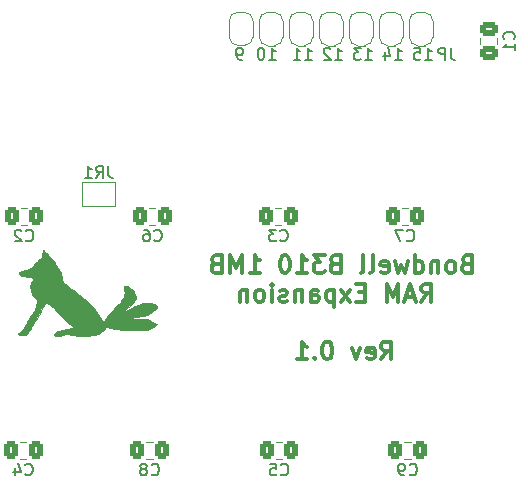
<source format=gbr>
%TF.GenerationSoftware,KiCad,Pcbnew,(6.0.1)*%
%TF.CreationDate,2022-01-30T19:22:39-07:00*%
%TF.ProjectId,Bondwell1MB,426f6e64-7765-46c6-9c31-4d422e6b6963,rev?*%
%TF.SameCoordinates,Original*%
%TF.FileFunction,Legend,Bot*%
%TF.FilePolarity,Positive*%
%FSLAX46Y46*%
G04 Gerber Fmt 4.6, Leading zero omitted, Abs format (unit mm)*
G04 Created by KiCad (PCBNEW (6.0.1)) date 2022-01-30 19:22:39*
%MOMM*%
%LPD*%
G01*
G04 APERTURE LIST*
G04 Aperture macros list*
%AMRoundRect*
0 Rectangle with rounded corners*
0 $1 Rounding radius*
0 $2 $3 $4 $5 $6 $7 $8 $9 X,Y pos of 4 corners*
0 Add a 4 corners polygon primitive as box body*
4,1,4,$2,$3,$4,$5,$6,$7,$8,$9,$2,$3,0*
0 Add four circle primitives for the rounded corners*
1,1,$1+$1,$2,$3*
1,1,$1+$1,$4,$5*
1,1,$1+$1,$6,$7*
1,1,$1+$1,$8,$9*
0 Add four rect primitives between the rounded corners*
20,1,$1+$1,$2,$3,$4,$5,0*
20,1,$1+$1,$4,$5,$6,$7,0*
20,1,$1+$1,$6,$7,$8,$9,0*
20,1,$1+$1,$8,$9,$2,$3,0*%
%AMFreePoly0*
4,1,22,0.500000,-0.750000,0.000000,-0.750000,0.000000,-0.745033,-0.079941,-0.743568,-0.215256,-0.701293,-0.333266,-0.622738,-0.424486,-0.514219,-0.481581,-0.384460,-0.499164,-0.250000,-0.500000,-0.250000,-0.500000,0.250000,-0.499164,0.250000,-0.499963,0.256109,-0.478152,0.396186,-0.417904,0.524511,-0.324060,0.630769,-0.204165,0.706417,-0.067858,0.745374,0.000000,0.744959,0.000000,0.750000,
0.500000,0.750000,0.500000,-0.750000,0.500000,-0.750000,$1*%
%AMFreePoly1*
4,1,20,0.000000,0.744959,0.073905,0.744508,0.209726,0.703889,0.328688,0.626782,0.421226,0.519385,0.479903,0.390333,0.500000,0.250000,0.500000,-0.250000,0.499851,-0.262216,0.476331,-0.402017,0.414519,-0.529596,0.319384,-0.634700,0.198574,-0.708877,0.061801,-0.746166,0.000000,-0.745033,0.000000,-0.750000,-0.500000,-0.750000,-0.500000,0.750000,0.000000,0.750000,0.000000,0.744959,
0.000000,0.744959,$1*%
G04 Aperture macros list end*
%ADD10C,0.150000*%
%ADD11C,0.300000*%
%ADD12C,0.120000*%
%ADD13C,0.010000*%
%ADD14FreePoly0,270.000000*%
%ADD15FreePoly1,270.000000*%
%ADD16O,1.600000X2.400000*%
%ADD17R,1.600000X2.400000*%
%ADD18R,1.700000X1.700000*%
%ADD19O,1.700000X1.700000*%
%ADD20R,1.600000X1.600000*%
%ADD21O,1.600000X1.600000*%
%ADD22RoundRect,0.250000X0.475000X-0.337500X0.475000X0.337500X-0.475000X0.337500X-0.475000X-0.337500X0*%
%ADD23RoundRect,0.250000X-0.337500X-0.475000X0.337500X-0.475000X0.337500X0.475000X-0.337500X0.475000X0*%
%ADD24R,1.000000X1.500000*%
G04 APERTURE END LIST*
D10*
X118721142Y-75906380D02*
X118721142Y-76620666D01*
X118768761Y-76763523D01*
X118864000Y-76858761D01*
X119006857Y-76906380D01*
X119102095Y-76906380D01*
X118244952Y-76906380D02*
X118244952Y-75906380D01*
X117864000Y-75906380D01*
X117768761Y-75954000D01*
X117721142Y-76001619D01*
X117673523Y-76096857D01*
X117673523Y-76239714D01*
X117721142Y-76334952D01*
X117768761Y-76382571D01*
X117864000Y-76430190D01*
X118244952Y-76430190D01*
D11*
X120037428Y-94189357D02*
X119823142Y-94260785D01*
X119751714Y-94332214D01*
X119680285Y-94475071D01*
X119680285Y-94689357D01*
X119751714Y-94832214D01*
X119823142Y-94903642D01*
X119966000Y-94975071D01*
X120537428Y-94975071D01*
X120537428Y-93475071D01*
X120037428Y-93475071D01*
X119894571Y-93546500D01*
X119823142Y-93617928D01*
X119751714Y-93760785D01*
X119751714Y-93903642D01*
X119823142Y-94046500D01*
X119894571Y-94117928D01*
X120037428Y-94189357D01*
X120537428Y-94189357D01*
X118823142Y-94975071D02*
X118966000Y-94903642D01*
X119037428Y-94832214D01*
X119108857Y-94689357D01*
X119108857Y-94260785D01*
X119037428Y-94117928D01*
X118966000Y-94046500D01*
X118823142Y-93975071D01*
X118608857Y-93975071D01*
X118466000Y-94046500D01*
X118394571Y-94117928D01*
X118323142Y-94260785D01*
X118323142Y-94689357D01*
X118394571Y-94832214D01*
X118466000Y-94903642D01*
X118608857Y-94975071D01*
X118823142Y-94975071D01*
X117680285Y-93975071D02*
X117680285Y-94975071D01*
X117680285Y-94117928D02*
X117608857Y-94046500D01*
X117466000Y-93975071D01*
X117251714Y-93975071D01*
X117108857Y-94046500D01*
X117037428Y-94189357D01*
X117037428Y-94975071D01*
X115680285Y-94975071D02*
X115680285Y-93475071D01*
X115680285Y-94903642D02*
X115823142Y-94975071D01*
X116108857Y-94975071D01*
X116251714Y-94903642D01*
X116323142Y-94832214D01*
X116394571Y-94689357D01*
X116394571Y-94260785D01*
X116323142Y-94117928D01*
X116251714Y-94046500D01*
X116108857Y-93975071D01*
X115823142Y-93975071D01*
X115680285Y-94046500D01*
X115108857Y-93975071D02*
X114823142Y-94975071D01*
X114537428Y-94260785D01*
X114251714Y-94975071D01*
X113966000Y-93975071D01*
X112823142Y-94903642D02*
X112966000Y-94975071D01*
X113251714Y-94975071D01*
X113394571Y-94903642D01*
X113466000Y-94760785D01*
X113466000Y-94189357D01*
X113394571Y-94046500D01*
X113251714Y-93975071D01*
X112966000Y-93975071D01*
X112823142Y-94046500D01*
X112751714Y-94189357D01*
X112751714Y-94332214D01*
X113466000Y-94475071D01*
X111894571Y-94975071D02*
X112037428Y-94903642D01*
X112108857Y-94760785D01*
X112108857Y-93475071D01*
X111108857Y-94975071D02*
X111251714Y-94903642D01*
X111323142Y-94760785D01*
X111323142Y-93475071D01*
X108894571Y-94189357D02*
X108680285Y-94260785D01*
X108608857Y-94332214D01*
X108537428Y-94475071D01*
X108537428Y-94689357D01*
X108608857Y-94832214D01*
X108680285Y-94903642D01*
X108823142Y-94975071D01*
X109394571Y-94975071D01*
X109394571Y-93475071D01*
X108894571Y-93475071D01*
X108751714Y-93546500D01*
X108680285Y-93617928D01*
X108608857Y-93760785D01*
X108608857Y-93903642D01*
X108680285Y-94046500D01*
X108751714Y-94117928D01*
X108894571Y-94189357D01*
X109394571Y-94189357D01*
X108037428Y-93475071D02*
X107108857Y-93475071D01*
X107608857Y-94046500D01*
X107394571Y-94046500D01*
X107251714Y-94117928D01*
X107180285Y-94189357D01*
X107108857Y-94332214D01*
X107108857Y-94689357D01*
X107180285Y-94832214D01*
X107251714Y-94903642D01*
X107394571Y-94975071D01*
X107823142Y-94975071D01*
X107966000Y-94903642D01*
X108037428Y-94832214D01*
X105680285Y-94975071D02*
X106537428Y-94975071D01*
X106108857Y-94975071D02*
X106108857Y-93475071D01*
X106251714Y-93689357D01*
X106394571Y-93832214D01*
X106537428Y-93903642D01*
X104751714Y-93475071D02*
X104608857Y-93475071D01*
X104466000Y-93546500D01*
X104394571Y-93617928D01*
X104323142Y-93760785D01*
X104251714Y-94046500D01*
X104251714Y-94403642D01*
X104323142Y-94689357D01*
X104394571Y-94832214D01*
X104466000Y-94903642D01*
X104608857Y-94975071D01*
X104751714Y-94975071D01*
X104894571Y-94903642D01*
X104966000Y-94832214D01*
X105037428Y-94689357D01*
X105108857Y-94403642D01*
X105108857Y-94046500D01*
X105037428Y-93760785D01*
X104966000Y-93617928D01*
X104894571Y-93546500D01*
X104751714Y-93475071D01*
X101680285Y-94975071D02*
X102537428Y-94975071D01*
X102108857Y-94975071D02*
X102108857Y-93475071D01*
X102251714Y-93689357D01*
X102394571Y-93832214D01*
X102537428Y-93903642D01*
X101037428Y-94975071D02*
X101037428Y-93475071D01*
X100537428Y-94546500D01*
X100037428Y-93475071D01*
X100037428Y-94975071D01*
X98823142Y-94189357D02*
X98608857Y-94260785D01*
X98537428Y-94332214D01*
X98466000Y-94475071D01*
X98466000Y-94689357D01*
X98537428Y-94832214D01*
X98608857Y-94903642D01*
X98751714Y-94975071D01*
X99323142Y-94975071D01*
X99323142Y-93475071D01*
X98823142Y-93475071D01*
X98680285Y-93546500D01*
X98608857Y-93617928D01*
X98537428Y-93760785D01*
X98537428Y-93903642D01*
X98608857Y-94046500D01*
X98680285Y-94117928D01*
X98823142Y-94189357D01*
X99323142Y-94189357D01*
X116216000Y-97390071D02*
X116716000Y-96675785D01*
X117073142Y-97390071D02*
X117073142Y-95890071D01*
X116501714Y-95890071D01*
X116358857Y-95961500D01*
X116287428Y-96032928D01*
X116216000Y-96175785D01*
X116216000Y-96390071D01*
X116287428Y-96532928D01*
X116358857Y-96604357D01*
X116501714Y-96675785D01*
X117073142Y-96675785D01*
X115644571Y-96961500D02*
X114930285Y-96961500D01*
X115787428Y-97390071D02*
X115287428Y-95890071D01*
X114787428Y-97390071D01*
X114287428Y-97390071D02*
X114287428Y-95890071D01*
X113787428Y-96961500D01*
X113287428Y-95890071D01*
X113287428Y-97390071D01*
X111430285Y-96604357D02*
X110930285Y-96604357D01*
X110716000Y-97390071D02*
X111430285Y-97390071D01*
X111430285Y-95890071D01*
X110716000Y-95890071D01*
X110216000Y-97390071D02*
X109430285Y-96390071D01*
X110216000Y-96390071D02*
X109430285Y-97390071D01*
X108858857Y-96390071D02*
X108858857Y-97890071D01*
X108858857Y-96461500D02*
X108716000Y-96390071D01*
X108430285Y-96390071D01*
X108287428Y-96461500D01*
X108216000Y-96532928D01*
X108144571Y-96675785D01*
X108144571Y-97104357D01*
X108216000Y-97247214D01*
X108287428Y-97318642D01*
X108430285Y-97390071D01*
X108716000Y-97390071D01*
X108858857Y-97318642D01*
X106858857Y-97390071D02*
X106858857Y-96604357D01*
X106930285Y-96461500D01*
X107073142Y-96390071D01*
X107358857Y-96390071D01*
X107501714Y-96461500D01*
X106858857Y-97318642D02*
X107001714Y-97390071D01*
X107358857Y-97390071D01*
X107501714Y-97318642D01*
X107573142Y-97175785D01*
X107573142Y-97032928D01*
X107501714Y-96890071D01*
X107358857Y-96818642D01*
X107001714Y-96818642D01*
X106858857Y-96747214D01*
X106144571Y-96390071D02*
X106144571Y-97390071D01*
X106144571Y-96532928D02*
X106073142Y-96461500D01*
X105930285Y-96390071D01*
X105716000Y-96390071D01*
X105573142Y-96461500D01*
X105501714Y-96604357D01*
X105501714Y-97390071D01*
X104858857Y-97318642D02*
X104716000Y-97390071D01*
X104430285Y-97390071D01*
X104287428Y-97318642D01*
X104216000Y-97175785D01*
X104216000Y-97104357D01*
X104287428Y-96961500D01*
X104430285Y-96890071D01*
X104644571Y-96890071D01*
X104787428Y-96818642D01*
X104858857Y-96675785D01*
X104858857Y-96604357D01*
X104787428Y-96461500D01*
X104644571Y-96390071D01*
X104430285Y-96390071D01*
X104287428Y-96461500D01*
X103573142Y-97390071D02*
X103573142Y-96390071D01*
X103573142Y-95890071D02*
X103644571Y-95961500D01*
X103573142Y-96032928D01*
X103501714Y-95961500D01*
X103573142Y-95890071D01*
X103573142Y-96032928D01*
X102644571Y-97390071D02*
X102787428Y-97318642D01*
X102858857Y-97247214D01*
X102930285Y-97104357D01*
X102930285Y-96675785D01*
X102858857Y-96532928D01*
X102787428Y-96461500D01*
X102644571Y-96390071D01*
X102430285Y-96390071D01*
X102287428Y-96461500D01*
X102216000Y-96532928D01*
X102144571Y-96675785D01*
X102144571Y-97104357D01*
X102216000Y-97247214D01*
X102287428Y-97318642D01*
X102430285Y-97390071D01*
X102644571Y-97390071D01*
X101501714Y-96390071D02*
X101501714Y-97390071D01*
X101501714Y-96532928D02*
X101430285Y-96461500D01*
X101287428Y-96390071D01*
X101073142Y-96390071D01*
X100930285Y-96461500D01*
X100858857Y-96604357D01*
X100858857Y-97390071D01*
X112835142Y-102278571D02*
X113335142Y-101564285D01*
X113692285Y-102278571D02*
X113692285Y-100778571D01*
X113120857Y-100778571D01*
X112978000Y-100850000D01*
X112906571Y-100921428D01*
X112835142Y-101064285D01*
X112835142Y-101278571D01*
X112906571Y-101421428D01*
X112978000Y-101492857D01*
X113120857Y-101564285D01*
X113692285Y-101564285D01*
X111620857Y-102207142D02*
X111763714Y-102278571D01*
X112049428Y-102278571D01*
X112192285Y-102207142D01*
X112263714Y-102064285D01*
X112263714Y-101492857D01*
X112192285Y-101350000D01*
X112049428Y-101278571D01*
X111763714Y-101278571D01*
X111620857Y-101350000D01*
X111549428Y-101492857D01*
X111549428Y-101635714D01*
X112263714Y-101778571D01*
X111049428Y-101278571D02*
X110692285Y-102278571D01*
X110335142Y-101278571D01*
X108335142Y-100778571D02*
X108192285Y-100778571D01*
X108049428Y-100850000D01*
X107978000Y-100921428D01*
X107906571Y-101064285D01*
X107835142Y-101350000D01*
X107835142Y-101707142D01*
X107906571Y-101992857D01*
X107978000Y-102135714D01*
X108049428Y-102207142D01*
X108192285Y-102278571D01*
X108335142Y-102278571D01*
X108478000Y-102207142D01*
X108549428Y-102135714D01*
X108620857Y-101992857D01*
X108692285Y-101707142D01*
X108692285Y-101350000D01*
X108620857Y-101064285D01*
X108549428Y-100921428D01*
X108478000Y-100850000D01*
X108335142Y-100778571D01*
X107192285Y-102135714D02*
X107120857Y-102207142D01*
X107192285Y-102278571D01*
X107263714Y-102207142D01*
X107192285Y-102135714D01*
X107192285Y-102278571D01*
X105692285Y-102278571D02*
X106549428Y-102278571D01*
X106120857Y-102278571D02*
X106120857Y-100778571D01*
X106263714Y-100992857D01*
X106406571Y-101135714D01*
X106549428Y-101207142D01*
D10*
%TO.C,15*%
X116522476Y-76906380D02*
X117093904Y-76906380D01*
X116808190Y-76906380D02*
X116808190Y-75906380D01*
X116903428Y-76049238D01*
X116998666Y-76144476D01*
X117093904Y-76192095D01*
X115617714Y-75906380D02*
X116093904Y-75906380D01*
X116141523Y-76382571D01*
X116093904Y-76334952D01*
X115998666Y-76287333D01*
X115760571Y-76287333D01*
X115665333Y-76334952D01*
X115617714Y-76382571D01*
X115570095Y-76477809D01*
X115570095Y-76715904D01*
X115617714Y-76811142D01*
X115665333Y-76858761D01*
X115760571Y-76906380D01*
X115998666Y-76906380D01*
X116093904Y-76858761D01*
X116141523Y-76811142D01*
%TO.C,12*%
X108902476Y-76906380D02*
X109473904Y-76906380D01*
X109188190Y-76906380D02*
X109188190Y-75906380D01*
X109283428Y-76049238D01*
X109378666Y-76144476D01*
X109473904Y-76192095D01*
X108521523Y-76001619D02*
X108473904Y-75954000D01*
X108378666Y-75906380D01*
X108140571Y-75906380D01*
X108045333Y-75954000D01*
X107997714Y-76001619D01*
X107950095Y-76096857D01*
X107950095Y-76192095D01*
X107997714Y-76334952D01*
X108569142Y-76906380D01*
X107950095Y-76906380D01*
%TO.C,13*%
X111442476Y-76906380D02*
X112013904Y-76906380D01*
X111728190Y-76906380D02*
X111728190Y-75906380D01*
X111823428Y-76049238D01*
X111918666Y-76144476D01*
X112013904Y-76192095D01*
X111109142Y-75906380D02*
X110490095Y-75906380D01*
X110823428Y-76287333D01*
X110680571Y-76287333D01*
X110585333Y-76334952D01*
X110537714Y-76382571D01*
X110490095Y-76477809D01*
X110490095Y-76715904D01*
X110537714Y-76811142D01*
X110585333Y-76858761D01*
X110680571Y-76906380D01*
X110966285Y-76906380D01*
X111061523Y-76858761D01*
X111109142Y-76811142D01*
%TO.C,10*%
X103314476Y-76906380D02*
X103885904Y-76906380D01*
X103600190Y-76906380D02*
X103600190Y-75906380D01*
X103695428Y-76049238D01*
X103790666Y-76144476D01*
X103885904Y-76192095D01*
X102695428Y-75906380D02*
X102600190Y-75906380D01*
X102504952Y-75954000D01*
X102457333Y-76001619D01*
X102409714Y-76096857D01*
X102362095Y-76287333D01*
X102362095Y-76525428D01*
X102409714Y-76715904D01*
X102457333Y-76811142D01*
X102504952Y-76858761D01*
X102600190Y-76906380D01*
X102695428Y-76906380D01*
X102790666Y-76858761D01*
X102838285Y-76811142D01*
X102885904Y-76715904D01*
X102933523Y-76525428D01*
X102933523Y-76287333D01*
X102885904Y-76096857D01*
X102838285Y-76001619D01*
X102790666Y-75954000D01*
X102695428Y-75906380D01*
%TO.C,9*%
X101028476Y-76906380D02*
X100838000Y-76906380D01*
X100742761Y-76858761D01*
X100695142Y-76811142D01*
X100599904Y-76668285D01*
X100552285Y-76477809D01*
X100552285Y-76096857D01*
X100599904Y-76001619D01*
X100647523Y-75954000D01*
X100742761Y-75906380D01*
X100933238Y-75906380D01*
X101028476Y-75954000D01*
X101076095Y-76001619D01*
X101123714Y-76096857D01*
X101123714Y-76334952D01*
X101076095Y-76430190D01*
X101028476Y-76477809D01*
X100933238Y-76525428D01*
X100742761Y-76525428D01*
X100647523Y-76477809D01*
X100599904Y-76430190D01*
X100552285Y-76334952D01*
%TO.C,14*%
X113982476Y-76906380D02*
X114553904Y-76906380D01*
X114268190Y-76906380D02*
X114268190Y-75906380D01*
X114363428Y-76049238D01*
X114458666Y-76144476D01*
X114553904Y-76192095D01*
X113125333Y-76239714D02*
X113125333Y-76906380D01*
X113363428Y-75858761D02*
X113601523Y-76573047D01*
X112982476Y-76573047D01*
%TO.C,11*%
X106362476Y-76906380D02*
X106933904Y-76906380D01*
X106648190Y-76906380D02*
X106648190Y-75906380D01*
X106743428Y-76049238D01*
X106838666Y-76144476D01*
X106933904Y-76192095D01*
X105410095Y-76906380D02*
X105981523Y-76906380D01*
X105695809Y-76906380D02*
X105695809Y-75906380D01*
X105791047Y-76049238D01*
X105886285Y-76144476D01*
X105981523Y-76192095D01*
%TO.C,C1*%
X124055142Y-75165833D02*
X124102761Y-75118214D01*
X124150380Y-74975357D01*
X124150380Y-74880119D01*
X124102761Y-74737261D01*
X124007523Y-74642023D01*
X123912285Y-74594404D01*
X123721809Y-74546785D01*
X123578952Y-74546785D01*
X123388476Y-74594404D01*
X123293238Y-74642023D01*
X123198000Y-74737261D01*
X123150380Y-74880119D01*
X123150380Y-74975357D01*
X123198000Y-75118214D01*
X123245619Y-75165833D01*
X124150380Y-76118214D02*
X124150380Y-75546785D01*
X124150380Y-75832500D02*
X123150380Y-75832500D01*
X123293238Y-75737261D01*
X123388476Y-75642023D01*
X123436095Y-75546785D01*
%TO.C,C2*%
X82738166Y-92207142D02*
X82785785Y-92254761D01*
X82928642Y-92302380D01*
X83023880Y-92302380D01*
X83166738Y-92254761D01*
X83261976Y-92159523D01*
X83309595Y-92064285D01*
X83357214Y-91873809D01*
X83357214Y-91730952D01*
X83309595Y-91540476D01*
X83261976Y-91445238D01*
X83166738Y-91350000D01*
X83023880Y-91302380D01*
X82928642Y-91302380D01*
X82785785Y-91350000D01*
X82738166Y-91397619D01*
X82357214Y-91397619D02*
X82309595Y-91350000D01*
X82214357Y-91302380D01*
X81976261Y-91302380D01*
X81881023Y-91350000D01*
X81833404Y-91397619D01*
X81785785Y-91492857D01*
X81785785Y-91588095D01*
X81833404Y-91730952D01*
X82404833Y-92302380D01*
X81785785Y-92302380D01*
%TO.C,C3*%
X104285166Y-92207142D02*
X104332785Y-92254761D01*
X104475642Y-92302380D01*
X104570880Y-92302380D01*
X104713738Y-92254761D01*
X104808976Y-92159523D01*
X104856595Y-92064285D01*
X104904214Y-91873809D01*
X104904214Y-91730952D01*
X104856595Y-91540476D01*
X104808976Y-91445238D01*
X104713738Y-91350000D01*
X104570880Y-91302380D01*
X104475642Y-91302380D01*
X104332785Y-91350000D01*
X104285166Y-91397619D01*
X103951833Y-91302380D02*
X103332785Y-91302380D01*
X103666119Y-91683333D01*
X103523261Y-91683333D01*
X103428023Y-91730952D01*
X103380404Y-91778571D01*
X103332785Y-91873809D01*
X103332785Y-92111904D01*
X103380404Y-92207142D01*
X103428023Y-92254761D01*
X103523261Y-92302380D01*
X103808976Y-92302380D01*
X103904214Y-92254761D01*
X103951833Y-92207142D01*
%TO.C,C8*%
X93384666Y-112019142D02*
X93432285Y-112066761D01*
X93575142Y-112114380D01*
X93670380Y-112114380D01*
X93813238Y-112066761D01*
X93908476Y-111971523D01*
X93956095Y-111876285D01*
X94003714Y-111685809D01*
X94003714Y-111542952D01*
X93956095Y-111352476D01*
X93908476Y-111257238D01*
X93813238Y-111162000D01*
X93670380Y-111114380D01*
X93575142Y-111114380D01*
X93432285Y-111162000D01*
X93384666Y-111209619D01*
X92813238Y-111542952D02*
X92908476Y-111495333D01*
X92956095Y-111447714D01*
X93003714Y-111352476D01*
X93003714Y-111304857D01*
X92956095Y-111209619D01*
X92908476Y-111162000D01*
X92813238Y-111114380D01*
X92622761Y-111114380D01*
X92527523Y-111162000D01*
X92479904Y-111209619D01*
X92432285Y-111304857D01*
X92432285Y-111352476D01*
X92479904Y-111447714D01*
X92527523Y-111495333D01*
X92622761Y-111542952D01*
X92813238Y-111542952D01*
X92908476Y-111590571D01*
X92956095Y-111638190D01*
X93003714Y-111733428D01*
X93003714Y-111923904D01*
X92956095Y-112019142D01*
X92908476Y-112066761D01*
X92813238Y-112114380D01*
X92622761Y-112114380D01*
X92527523Y-112066761D01*
X92479904Y-112019142D01*
X92432285Y-111923904D01*
X92432285Y-111733428D01*
X92479904Y-111638190D01*
X92527523Y-111590571D01*
X92622761Y-111542952D01*
%TO.C,JR1*%
X89733333Y-85917380D02*
X89733333Y-86631666D01*
X89780952Y-86774523D01*
X89876190Y-86869761D01*
X90019047Y-86917380D01*
X90114285Y-86917380D01*
X88685714Y-86917380D02*
X89019047Y-86441190D01*
X89257142Y-86917380D02*
X89257142Y-85917380D01*
X88876190Y-85917380D01*
X88780952Y-85965000D01*
X88733333Y-86012619D01*
X88685714Y-86107857D01*
X88685714Y-86250714D01*
X88733333Y-86345952D01*
X88780952Y-86393571D01*
X88876190Y-86441190D01*
X89257142Y-86441190D01*
X87733333Y-86917380D02*
X88304761Y-86917380D01*
X88019047Y-86917380D02*
X88019047Y-85917380D01*
X88114285Y-86060238D01*
X88209523Y-86155476D01*
X88304761Y-86203095D01*
%TO.C,C7*%
X114996166Y-92207142D02*
X115043785Y-92254761D01*
X115186642Y-92302380D01*
X115281880Y-92302380D01*
X115424738Y-92254761D01*
X115519976Y-92159523D01*
X115567595Y-92064285D01*
X115615214Y-91873809D01*
X115615214Y-91730952D01*
X115567595Y-91540476D01*
X115519976Y-91445238D01*
X115424738Y-91350000D01*
X115281880Y-91302380D01*
X115186642Y-91302380D01*
X115043785Y-91350000D01*
X114996166Y-91397619D01*
X114662833Y-91302380D02*
X113996166Y-91302380D01*
X114424738Y-92302380D01*
%TO.C,C4*%
X82695166Y-112019142D02*
X82742785Y-112066761D01*
X82885642Y-112114380D01*
X82980880Y-112114380D01*
X83123738Y-112066761D01*
X83218976Y-111971523D01*
X83266595Y-111876285D01*
X83314214Y-111685809D01*
X83314214Y-111542952D01*
X83266595Y-111352476D01*
X83218976Y-111257238D01*
X83123738Y-111162000D01*
X82980880Y-111114380D01*
X82885642Y-111114380D01*
X82742785Y-111162000D01*
X82695166Y-111209619D01*
X81838023Y-111447714D02*
X81838023Y-112114380D01*
X82076119Y-111066761D02*
X82314214Y-111781047D01*
X81695166Y-111781047D01*
%TO.C,C5*%
X104328166Y-112019142D02*
X104375785Y-112066761D01*
X104518642Y-112114380D01*
X104613880Y-112114380D01*
X104756738Y-112066761D01*
X104851976Y-111971523D01*
X104899595Y-111876285D01*
X104947214Y-111685809D01*
X104947214Y-111542952D01*
X104899595Y-111352476D01*
X104851976Y-111257238D01*
X104756738Y-111162000D01*
X104613880Y-111114380D01*
X104518642Y-111114380D01*
X104375785Y-111162000D01*
X104328166Y-111209619D01*
X103423404Y-111114380D02*
X103899595Y-111114380D01*
X103947214Y-111590571D01*
X103899595Y-111542952D01*
X103804357Y-111495333D01*
X103566261Y-111495333D01*
X103471023Y-111542952D01*
X103423404Y-111590571D01*
X103375785Y-111685809D01*
X103375785Y-111923904D01*
X103423404Y-112019142D01*
X103471023Y-112066761D01*
X103566261Y-112114380D01*
X103804357Y-112114380D01*
X103899595Y-112066761D01*
X103947214Y-112019142D01*
%TO.C,C9*%
X115228666Y-112019142D02*
X115276285Y-112066761D01*
X115419142Y-112114380D01*
X115514380Y-112114380D01*
X115657238Y-112066761D01*
X115752476Y-111971523D01*
X115800095Y-111876285D01*
X115847714Y-111685809D01*
X115847714Y-111542952D01*
X115800095Y-111352476D01*
X115752476Y-111257238D01*
X115657238Y-111162000D01*
X115514380Y-111114380D01*
X115419142Y-111114380D01*
X115276285Y-111162000D01*
X115228666Y-111209619D01*
X114752476Y-112114380D02*
X114562000Y-112114380D01*
X114466761Y-112066761D01*
X114419142Y-112019142D01*
X114323904Y-111876285D01*
X114276285Y-111685809D01*
X114276285Y-111304857D01*
X114323904Y-111209619D01*
X114371523Y-111162000D01*
X114466761Y-111114380D01*
X114657238Y-111114380D01*
X114752476Y-111162000D01*
X114800095Y-111209619D01*
X114847714Y-111304857D01*
X114847714Y-111542952D01*
X114800095Y-111638190D01*
X114752476Y-111685809D01*
X114657238Y-111733428D01*
X114466761Y-111733428D01*
X114371523Y-111685809D01*
X114323904Y-111638190D01*
X114276285Y-111542952D01*
%TO.C,C6*%
X93617166Y-92207142D02*
X93664785Y-92254761D01*
X93807642Y-92302380D01*
X93902880Y-92302380D01*
X94045738Y-92254761D01*
X94140976Y-92159523D01*
X94188595Y-92064285D01*
X94236214Y-91873809D01*
X94236214Y-91730952D01*
X94188595Y-91540476D01*
X94140976Y-91445238D01*
X94045738Y-91350000D01*
X93902880Y-91302380D01*
X93807642Y-91302380D01*
X93664785Y-91350000D01*
X93617166Y-91397619D01*
X92760023Y-91302380D02*
X92950500Y-91302380D01*
X93045738Y-91350000D01*
X93093357Y-91397619D01*
X93188595Y-91540476D01*
X93236214Y-91730952D01*
X93236214Y-92111904D01*
X93188595Y-92207142D01*
X93140976Y-92254761D01*
X93045738Y-92302380D01*
X92855261Y-92302380D01*
X92760023Y-92254761D01*
X92712404Y-92207142D01*
X92664785Y-92111904D01*
X92664785Y-91873809D01*
X92712404Y-91778571D01*
X92760023Y-91730952D01*
X92855261Y-91683333D01*
X93045738Y-91683333D01*
X93140976Y-91730952D01*
X93188595Y-91778571D01*
X93236214Y-91873809D01*
D12*
%TO.C,15*%
X115905000Y-75710000D02*
X116505000Y-75710000D01*
X116505000Y-72910000D02*
X115905000Y-72910000D01*
X117205000Y-75010000D02*
X117205000Y-73610000D01*
X115205000Y-73610000D02*
X115205000Y-75010000D01*
X117205000Y-73610000D02*
G75*
G03*
X116505000Y-72910000I-699999J1D01*
G01*
X116505000Y-75710000D02*
G75*
G03*
X117205000Y-75010000I1J699999D01*
G01*
X115905000Y-72910000D02*
G75*
G03*
X115205000Y-73610000I-1J-699999D01*
G01*
X115205000Y-75010000D02*
G75*
G03*
X115905000Y-75710000I699999J-1D01*
G01*
%TO.C,12*%
X108285000Y-75710000D02*
X108885000Y-75710000D01*
X107585000Y-73610000D02*
X107585000Y-75010000D01*
X109585000Y-75010000D02*
X109585000Y-73610000D01*
X108885000Y-72910000D02*
X108285000Y-72910000D01*
X107585000Y-75010000D02*
G75*
G03*
X108285000Y-75710000I699999J-1D01*
G01*
X109585000Y-73610000D02*
G75*
G03*
X108885000Y-72910000I-699999J1D01*
G01*
X108885000Y-75710000D02*
G75*
G03*
X109585000Y-75010000I1J699999D01*
G01*
X108285000Y-72910000D02*
G75*
G03*
X107585000Y-73610000I-1J-699999D01*
G01*
%TO.C,13*%
X111425000Y-72910000D02*
X110825000Y-72910000D01*
X112125000Y-75010000D02*
X112125000Y-73610000D01*
X110825000Y-75710000D02*
X111425000Y-75710000D01*
X110125000Y-73610000D02*
X110125000Y-75010000D01*
X111425000Y-75710000D02*
G75*
G03*
X112125000Y-75010000I1J699999D01*
G01*
X112125000Y-73610000D02*
G75*
G03*
X111425000Y-72910000I-699999J1D01*
G01*
X110825000Y-72910000D02*
G75*
G03*
X110125000Y-73610000I-1J-699999D01*
G01*
X110125000Y-75010000D02*
G75*
G03*
X110825000Y-75710000I699999J-1D01*
G01*
%TO.C,10*%
X103205000Y-75710000D02*
X103805000Y-75710000D01*
X103805000Y-72910000D02*
X103205000Y-72910000D01*
X104505000Y-75010000D02*
X104505000Y-73610000D01*
X102505000Y-73610000D02*
X102505000Y-75010000D01*
X103205000Y-72910000D02*
G75*
G03*
X102505000Y-73610000I-1J-699999D01*
G01*
X103805000Y-75710000D02*
G75*
G03*
X104505000Y-75010000I1J699999D01*
G01*
X102505000Y-75010000D02*
G75*
G03*
X103205000Y-75710000I699999J-1D01*
G01*
X104505000Y-73610000D02*
G75*
G03*
X103805000Y-72910000I-699999J1D01*
G01*
%TO.C,9*%
X100665000Y-75695000D02*
X101265000Y-75695000D01*
X99965000Y-73595000D02*
X99965000Y-74995000D01*
X101265000Y-72895000D02*
X100665000Y-72895000D01*
X101965000Y-74995000D02*
X101965000Y-73595000D01*
X101965000Y-73595000D02*
G75*
G03*
X101265000Y-72895000I-699999J1D01*
G01*
X101265000Y-75695000D02*
G75*
G03*
X101965000Y-74995000I1J699999D01*
G01*
X99965000Y-74995000D02*
G75*
G03*
X100665000Y-75695000I699999J-1D01*
G01*
X100665000Y-72895000D02*
G75*
G03*
X99965000Y-73595000I-1J-699999D01*
G01*
%TO.C,14*%
X114665000Y-75010000D02*
X114665000Y-73610000D01*
X113365000Y-75710000D02*
X113965000Y-75710000D01*
X113965000Y-72910000D02*
X113365000Y-72910000D01*
X112665000Y-73610000D02*
X112665000Y-75010000D01*
X114665000Y-73610000D02*
G75*
G03*
X113965000Y-72910000I-699999J1D01*
G01*
X112665000Y-75010000D02*
G75*
G03*
X113365000Y-75710000I699999J-1D01*
G01*
X113965000Y-75710000D02*
G75*
G03*
X114665000Y-75010000I1J699999D01*
G01*
X113365000Y-72910000D02*
G75*
G03*
X112665000Y-73610000I-1J-699999D01*
G01*
%TO.C,11*%
X105745000Y-75710000D02*
X106345000Y-75710000D01*
X105045000Y-73610000D02*
X105045000Y-75010000D01*
X106345000Y-72910000D02*
X105745000Y-72910000D01*
X107045000Y-75010000D02*
X107045000Y-73610000D01*
X105745000Y-72910000D02*
G75*
G03*
X105045000Y-73610000I-1J-699999D01*
G01*
X105045000Y-75010000D02*
G75*
G03*
X105745000Y-75710000I699999J-1D01*
G01*
X106345000Y-75710000D02*
G75*
G03*
X107045000Y-75010000I1J699999D01*
G01*
X107045000Y-73610000D02*
G75*
G03*
X106345000Y-72910000I-699999J1D01*
G01*
D13*
%TO.C,REF\u002A\u002A*%
X84198541Y-93067336D02*
X84176334Y-93142840D01*
X84176334Y-93142840D02*
X84162888Y-93223534D01*
X84162888Y-93223534D02*
X84146310Y-93359913D01*
X84146310Y-93359913D02*
X84129554Y-93498703D01*
X84129554Y-93498703D02*
X84122358Y-93558714D01*
X84122358Y-93558714D02*
X84106579Y-93652237D01*
X84106579Y-93652237D02*
X84080264Y-93700558D01*
X84080264Y-93700558D02*
X84031043Y-93722915D01*
X84031043Y-93722915D02*
X84014425Y-93726559D01*
X84014425Y-93726559D02*
X83953613Y-93757929D01*
X83953613Y-93757929D02*
X83863823Y-93827273D01*
X83863823Y-93827273D02*
X83757091Y-93922832D01*
X83757091Y-93922832D02*
X83645456Y-94032844D01*
X83645456Y-94032844D02*
X83540955Y-94145549D01*
X83540955Y-94145549D02*
X83455626Y-94249185D01*
X83455626Y-94249185D02*
X83409055Y-94318011D01*
X83409055Y-94318011D02*
X83346938Y-94422170D01*
X83346938Y-94422170D02*
X83297489Y-94487385D01*
X83297489Y-94487385D02*
X83243339Y-94531752D01*
X83243339Y-94531752D02*
X83167120Y-94573369D01*
X83167120Y-94573369D02*
X83161147Y-94576332D01*
X83161147Y-94576332D02*
X83035730Y-94630694D01*
X83035730Y-94630694D02*
X82873653Y-94690353D01*
X82873653Y-94690353D02*
X82696688Y-94748338D01*
X82696688Y-94748338D02*
X82526607Y-94797674D01*
X82526607Y-94797674D02*
X82385182Y-94831389D01*
X82385182Y-94831389D02*
X82341032Y-94839006D01*
X82341032Y-94839006D02*
X82249379Y-94856606D01*
X82249379Y-94856606D02*
X82203808Y-94883553D01*
X82203808Y-94883553D02*
X82186022Y-94932508D01*
X82186022Y-94932508D02*
X82184002Y-94947646D01*
X82184002Y-94947646D02*
X82200942Y-95052013D01*
X82200942Y-95052013D02*
X82274988Y-95134360D01*
X82274988Y-95134360D02*
X82401430Y-95190963D01*
X82401430Y-95190963D02*
X82520210Y-95213456D01*
X82520210Y-95213456D02*
X82693280Y-95236534D01*
X82693280Y-95236534D02*
X82878087Y-95267150D01*
X82878087Y-95267150D02*
X83057514Y-95301885D01*
X83057514Y-95301885D02*
X83214444Y-95337319D01*
X83214444Y-95337319D02*
X83331761Y-95370034D01*
X83331761Y-95370034D02*
X83365487Y-95382299D01*
X83365487Y-95382299D02*
X83473126Y-95426743D01*
X83473126Y-95426743D02*
X83326508Y-95583490D01*
X83326508Y-95583490D02*
X83247203Y-95672636D01*
X83247203Y-95672636D02*
X83196809Y-95747324D01*
X83196809Y-95747324D02*
X83164748Y-95830447D01*
X83164748Y-95830447D02*
X83140444Y-95944897D01*
X83140444Y-95944897D02*
X83129765Y-96009308D01*
X83129765Y-96009308D02*
X83124755Y-96142223D01*
X83124755Y-96142223D02*
X83141469Y-96309771D01*
X83141469Y-96309771D02*
X83175872Y-96487485D01*
X83175872Y-96487485D02*
X83223931Y-96650900D01*
X83223931Y-96650900D02*
X83243960Y-96701896D01*
X83243960Y-96701896D02*
X83300482Y-96803510D01*
X83300482Y-96803510D02*
X83386001Y-96923591D01*
X83386001Y-96923591D02*
X83482330Y-97036676D01*
X83482330Y-97036676D02*
X83485406Y-97039914D01*
X83485406Y-97039914D02*
X83575288Y-97137827D01*
X83575288Y-97137827D02*
X83628006Y-97209322D01*
X83628006Y-97209322D02*
X83653219Y-97272301D01*
X83653219Y-97272301D02*
X83660582Y-97344661D01*
X83660582Y-97344661D02*
X83660766Y-97364946D01*
X83660766Y-97364946D02*
X83650267Y-97475826D01*
X83650267Y-97475826D02*
X83623264Y-97610622D01*
X83623264Y-97610622D02*
X83598828Y-97697732D01*
X83598828Y-97697732D02*
X83561270Y-97823764D01*
X83561270Y-97823764D02*
X83530070Y-97945651D01*
X83530070Y-97945651D02*
X83516668Y-98010822D01*
X83516668Y-98010822D02*
X83487179Y-98096613D01*
X83487179Y-98096613D02*
X83424072Y-98220179D01*
X83424072Y-98220179D02*
X83334064Y-98369002D01*
X83334064Y-98369002D02*
X83283114Y-98445974D01*
X83283114Y-98445974D02*
X83117592Y-98690089D01*
X83117592Y-98690089D02*
X82984808Y-98887939D01*
X82984808Y-98887939D02*
X82880641Y-99046150D01*
X82880641Y-99046150D02*
X82800971Y-99171345D01*
X82800971Y-99171345D02*
X82741675Y-99270151D01*
X82741675Y-99270151D02*
X82698632Y-99349191D01*
X82698632Y-99349191D02*
X82667721Y-99415091D01*
X82667721Y-99415091D02*
X82646820Y-99468775D01*
X82646820Y-99468775D02*
X82559198Y-99671360D01*
X82559198Y-99671360D02*
X82457504Y-99817945D01*
X82457504Y-99817945D02*
X82335662Y-99916500D01*
X82335662Y-99916500D02*
X82286584Y-99941366D01*
X82286584Y-99941366D02*
X82173351Y-100008517D01*
X82173351Y-100008517D02*
X82117743Y-100078113D01*
X82117743Y-100078113D02*
X82118974Y-100141216D01*
X82118974Y-100141216D02*
X82176256Y-100188887D01*
X82176256Y-100188887D02*
X82288805Y-100212188D01*
X82288805Y-100212188D02*
X82310493Y-100213030D01*
X82310493Y-100213030D02*
X82431594Y-100220275D01*
X82431594Y-100220275D02*
X82549082Y-100234452D01*
X82549082Y-100234452D02*
X82567876Y-100237726D01*
X82567876Y-100237726D02*
X82667816Y-100243124D01*
X82667816Y-100243124D02*
X82747963Y-100208276D01*
X82747963Y-100208276D02*
X82766026Y-100194814D01*
X82766026Y-100194814D02*
X82840263Y-100119088D01*
X82840263Y-100119088D02*
X82933130Y-99997986D01*
X82933130Y-99997986D02*
X83035723Y-99844424D01*
X83035723Y-99844424D02*
X83139140Y-99671318D01*
X83139140Y-99671318D02*
X83186881Y-99584285D01*
X83186881Y-99584285D02*
X83258501Y-99457925D01*
X83258501Y-99457925D02*
X83338382Y-99328963D01*
X83338382Y-99328963D02*
X83383055Y-99262656D01*
X83383055Y-99262656D02*
X83464427Y-99147908D01*
X83464427Y-99147908D02*
X83553767Y-99021963D01*
X83553767Y-99021963D02*
X83588824Y-98972554D01*
X83588824Y-98972554D02*
X83727404Y-98758297D01*
X83727404Y-98758297D02*
X83869900Y-98504097D01*
X83869900Y-98504097D02*
X84004101Y-98232427D01*
X84004101Y-98232427D02*
X84063513Y-98098851D01*
X84063513Y-98098851D02*
X84169739Y-97867360D01*
X84169739Y-97867360D02*
X84265875Y-97693125D01*
X84265875Y-97693125D02*
X84350804Y-97577833D01*
X84350804Y-97577833D02*
X84423410Y-97523172D01*
X84423410Y-97523172D02*
X84447518Y-97518648D01*
X84447518Y-97518648D02*
X84574727Y-97546435D01*
X84574727Y-97546435D02*
X84727772Y-97627354D01*
X84727772Y-97627354D02*
X84901988Y-97757742D01*
X84901988Y-97757742D02*
X85092709Y-97933937D01*
X85092709Y-97933937D02*
X85295270Y-98152275D01*
X85295270Y-98152275D02*
X85376191Y-98247722D01*
X85376191Y-98247722D02*
X85496972Y-98386135D01*
X85496972Y-98386135D02*
X85645063Y-98544240D01*
X85645063Y-98544240D02*
X85810761Y-98712779D01*
X85810761Y-98712779D02*
X85984365Y-98882496D01*
X85984365Y-98882496D02*
X86156171Y-99044132D01*
X86156171Y-99044132D02*
X86316477Y-99188432D01*
X86316477Y-99188432D02*
X86455582Y-99306139D01*
X86455582Y-99306139D02*
X86563783Y-99387994D01*
X86563783Y-99387994D02*
X86587395Y-99403337D01*
X86587395Y-99403337D02*
X86691590Y-99470516D01*
X86691590Y-99470516D02*
X86746754Y-99516051D01*
X86746754Y-99516051D02*
X86760941Y-99548250D01*
X86760941Y-99548250D02*
X86748562Y-99569633D01*
X86748562Y-99569633D02*
X86689649Y-99602684D01*
X86689649Y-99602684D02*
X86573950Y-99640011D01*
X86573950Y-99640011D02*
X86399400Y-99682136D01*
X86399400Y-99682136D02*
X86163932Y-99729585D01*
X86163932Y-99729585D02*
X85999846Y-99759536D01*
X85999846Y-99759536D02*
X85821541Y-99798850D01*
X85821541Y-99798850D02*
X85639897Y-99852180D01*
X85639897Y-99852180D02*
X85469359Y-99913959D01*
X85469359Y-99913959D02*
X85324371Y-99978620D01*
X85324371Y-99978620D02*
X85219378Y-100040597D01*
X85219378Y-100040597D02*
X85180700Y-100075236D01*
X85180700Y-100075236D02*
X85151012Y-100146828D01*
X85151012Y-100146828D02*
X85149091Y-100200313D01*
X85149091Y-100200313D02*
X85158543Y-100236798D01*
X85158543Y-100236798D02*
X85183133Y-100259601D01*
X85183133Y-100259601D02*
X85236201Y-100272712D01*
X85236201Y-100272712D02*
X85331087Y-100280120D01*
X85331087Y-100280120D02*
X85429061Y-100284032D01*
X85429061Y-100284032D02*
X85565990Y-100286768D01*
X85565990Y-100286768D02*
X85653309Y-100281817D01*
X85653309Y-100281817D02*
X85705648Y-100266908D01*
X85705648Y-100266908D02*
X85737634Y-100239773D01*
X85737634Y-100239773D02*
X85740730Y-100235681D01*
X85740730Y-100235681D02*
X85797474Y-100203216D01*
X85797474Y-100203216D02*
X85904963Y-100179792D01*
X85904963Y-100179792D02*
X86050094Y-100165559D01*
X86050094Y-100165559D02*
X86219762Y-100160669D01*
X86219762Y-100160669D02*
X86400861Y-100165272D01*
X86400861Y-100165272D02*
X86580286Y-100179518D01*
X86580286Y-100179518D02*
X86744933Y-100203559D01*
X86744933Y-100203559D02*
X86832610Y-100223124D01*
X86832610Y-100223124D02*
X87146450Y-100281604D01*
X87146450Y-100281604D02*
X87515202Y-100306394D01*
X87515202Y-100306394D02*
X87938888Y-100297495D01*
X87938888Y-100297495D02*
X88051451Y-100290149D01*
X88051451Y-100290149D02*
X88320246Y-100260650D01*
X88320246Y-100260650D02*
X88579708Y-100213931D01*
X88579708Y-100213931D02*
X88812990Y-100153816D01*
X88812990Y-100153816D02*
X89003246Y-100084133D01*
X89003246Y-100084133D02*
X89043938Y-100064741D01*
X89043938Y-100064741D02*
X89130444Y-100003942D01*
X89130444Y-100003942D02*
X89221906Y-99914673D01*
X89221906Y-99914673D02*
X89260900Y-99867001D01*
X89260900Y-99867001D02*
X89333877Y-99770701D01*
X89333877Y-99770701D02*
X89402500Y-99683707D01*
X89402500Y-99683707D02*
X89429539Y-99651053D01*
X89429539Y-99651053D02*
X89494211Y-99575462D01*
X89494211Y-99575462D02*
X89986181Y-99657089D01*
X89986181Y-99657089D02*
X90289550Y-99706417D01*
X90289550Y-99706417D02*
X90544956Y-99744915D01*
X90544956Y-99744915D02*
X90767761Y-99773840D01*
X90767761Y-99773840D02*
X90973325Y-99794449D01*
X90973325Y-99794449D02*
X91177009Y-99808002D01*
X91177009Y-99808002D02*
X91394175Y-99815754D01*
X91394175Y-99815754D02*
X91640183Y-99818963D01*
X91640183Y-99818963D02*
X91930395Y-99818888D01*
X91930395Y-99818888D02*
X91960893Y-99818755D01*
X91960893Y-99818755D02*
X92243577Y-99816511D01*
X92243577Y-99816511D02*
X92470643Y-99812347D01*
X92470643Y-99812347D02*
X92650925Y-99805792D01*
X92650925Y-99805792D02*
X92793256Y-99796372D01*
X92793256Y-99796372D02*
X92906470Y-99783617D01*
X92906470Y-99783617D02*
X92999399Y-99767055D01*
X92999399Y-99767055D02*
X93021099Y-99762121D01*
X93021099Y-99762121D02*
X93320030Y-99665203D01*
X93320030Y-99665203D02*
X93568328Y-99528507D01*
X93568328Y-99528507D02*
X93708813Y-99412322D01*
X93708813Y-99412322D02*
X93845058Y-99279536D01*
X93845058Y-99279536D02*
X93464647Y-99093998D01*
X93464647Y-99093998D02*
X93307250Y-99019877D01*
X93307250Y-99019877D02*
X93156503Y-98953569D01*
X93156503Y-98953569D02*
X93029084Y-98902119D01*
X93029084Y-98902119D02*
X92941672Y-98872576D01*
X92941672Y-98872576D02*
X92938932Y-98871871D01*
X92938932Y-98871871D02*
X92854420Y-98859735D01*
X92854420Y-98859735D02*
X92710017Y-98850964D01*
X92710017Y-98850964D02*
X92504690Y-98845535D01*
X92504690Y-98845535D02*
X92237408Y-98843425D01*
X92237408Y-98843425D02*
X91907138Y-98844612D01*
X91907138Y-98844612D02*
X91775525Y-98845811D01*
X91775525Y-98845811D02*
X91527141Y-98848157D01*
X91527141Y-98848157D02*
X91301132Y-98849863D01*
X91301132Y-98849863D02*
X91105102Y-98850905D01*
X91105102Y-98850905D02*
X90946655Y-98851261D01*
X90946655Y-98851261D02*
X90833392Y-98850907D01*
X90833392Y-98850907D02*
X90772918Y-98849819D01*
X90772918Y-98849819D02*
X90764878Y-98848927D01*
X90764878Y-98848927D02*
X90797562Y-98843520D01*
X90797562Y-98843520D02*
X90885987Y-98832012D01*
X90885987Y-98832012D02*
X91021819Y-98815403D01*
X91021819Y-98815403D02*
X91196726Y-98794695D01*
X91196726Y-98794695D02*
X91402372Y-98770886D01*
X91402372Y-98770886D02*
X91630425Y-98744977D01*
X91630425Y-98744977D02*
X91640598Y-98743832D01*
X91640598Y-98743832D02*
X91960119Y-98707479D01*
X91960119Y-98707479D02*
X92124015Y-98687901D01*
X92124015Y-98687901D02*
X90197232Y-98687901D01*
X90197232Y-98687901D02*
X90191679Y-98697906D01*
X90191679Y-98697906D02*
X90157715Y-98725627D01*
X90157715Y-98725627D02*
X90100212Y-98767897D01*
X90100212Y-98767897D02*
X90077469Y-98771605D01*
X90077469Y-98771605D02*
X90075233Y-98760772D01*
X90075233Y-98760772D02*
X90100549Y-98737153D01*
X90100549Y-98737153D02*
X90147759Y-98710644D01*
X90147759Y-98710644D02*
X90197232Y-98687901D01*
X90197232Y-98687901D02*
X92124015Y-98687901D01*
X92124015Y-98687901D02*
X92223460Y-98676022D01*
X92223460Y-98676022D02*
X92322667Y-98662938D01*
X92322667Y-98662938D02*
X90268634Y-98662938D01*
X90268634Y-98662938D02*
X90252517Y-98679055D01*
X90252517Y-98679055D02*
X90236401Y-98662938D01*
X90236401Y-98662938D02*
X90252517Y-98646821D01*
X90252517Y-98646821D02*
X90268634Y-98662938D01*
X90268634Y-98662938D02*
X92322667Y-98662938D01*
X92322667Y-98662938D02*
X92438557Y-98647654D01*
X92438557Y-98647654D02*
X92547929Y-98630704D01*
X92547929Y-98630704D02*
X90333101Y-98630704D01*
X90333101Y-98630704D02*
X90316984Y-98646821D01*
X90316984Y-98646821D02*
X90300868Y-98630704D01*
X90300868Y-98630704D02*
X90316984Y-98614587D01*
X90316984Y-98614587D02*
X90333101Y-98630704D01*
X90333101Y-98630704D02*
X92547929Y-98630704D01*
X92547929Y-98630704D02*
X92613347Y-98620566D01*
X92613347Y-98620566D02*
X92727293Y-98598471D01*
X92727293Y-98598471D02*
X90397568Y-98598471D01*
X90397568Y-98598471D02*
X90381451Y-98614587D01*
X90381451Y-98614587D02*
X90365335Y-98598471D01*
X90365335Y-98598471D02*
X90381451Y-98582354D01*
X90381451Y-98582354D02*
X90397568Y-98598471D01*
X90397568Y-98598471D02*
X92727293Y-98598471D01*
X92727293Y-98598471D02*
X92755766Y-98592950D01*
X92755766Y-98592950D02*
X92873752Y-98562998D01*
X92873752Y-98562998D02*
X92975242Y-98528900D01*
X92975242Y-98528900D02*
X93068171Y-98488848D01*
X93068171Y-98488848D02*
X93160477Y-98441034D01*
X93160477Y-98441034D02*
X93260097Y-98383649D01*
X93260097Y-98383649D02*
X93284181Y-98369323D01*
X93284181Y-98369323D02*
X93450150Y-98260809D01*
X93450150Y-98260809D02*
X93601118Y-98144483D01*
X93601118Y-98144483D02*
X93727903Y-98029098D01*
X93727903Y-98029098D02*
X93821318Y-97923405D01*
X93821318Y-97923405D02*
X93872181Y-97836156D01*
X93872181Y-97836156D02*
X93878786Y-97802714D01*
X93878786Y-97802714D02*
X93849676Y-97756905D01*
X93849676Y-97756905D02*
X93761280Y-97696606D01*
X93761280Y-97696606D02*
X93631895Y-97630060D01*
X93631895Y-97630060D02*
X93374739Y-97531836D01*
X93374739Y-97531836D02*
X93127613Y-97490432D01*
X93127613Y-97490432D02*
X92873523Y-97504448D01*
X92873523Y-97504448D02*
X92667467Y-97550686D01*
X92667467Y-97550686D02*
X92324870Y-97656258D01*
X92324870Y-97656258D02*
X92004408Y-97773126D01*
X92004408Y-97773126D02*
X91690421Y-97908293D01*
X91690421Y-97908293D02*
X91367252Y-98068762D01*
X91367252Y-98068762D02*
X91019241Y-98261533D01*
X91019241Y-98261533D02*
X90833281Y-98370873D01*
X90833281Y-98370873D02*
X90697503Y-98450650D01*
X90697503Y-98450650D02*
X90580900Y-98516656D01*
X90580900Y-98516656D02*
X90494951Y-98562575D01*
X90494951Y-98562575D02*
X90451131Y-98582086D01*
X90451131Y-98582086D02*
X90449165Y-98582354D01*
X90449165Y-98582354D02*
X90432844Y-98580337D01*
X90432844Y-98580337D02*
X90435063Y-98570080D01*
X90435063Y-98570080D02*
X90463575Y-98545276D01*
X90463575Y-98545276D02*
X90526132Y-98499620D01*
X90526132Y-98499620D02*
X90630485Y-98426804D01*
X90630485Y-98426804D02*
X90696100Y-98381456D01*
X90696100Y-98381456D02*
X91022911Y-98151768D01*
X91022911Y-98151768D02*
X91296925Y-97949656D01*
X91296925Y-97949656D02*
X91521758Y-97771494D01*
X91521758Y-97771494D02*
X91701027Y-97613659D01*
X91701027Y-97613659D02*
X91838350Y-97472527D01*
X91838350Y-97472527D02*
X91937342Y-97344474D01*
X91937342Y-97344474D02*
X92001623Y-97225877D01*
X92001623Y-97225877D02*
X92034808Y-97113110D01*
X92034808Y-97113110D02*
X92041477Y-97033514D01*
X92041477Y-97033514D02*
X92015047Y-96797875D01*
X92015047Y-96797875D02*
X91938440Y-96589247D01*
X91938440Y-96589247D02*
X91815683Y-96418136D01*
X91815683Y-96418136D02*
X91799597Y-96402115D01*
X91799597Y-96402115D02*
X91665574Y-96295329D01*
X91665574Y-96295329D02*
X91497865Y-96193471D01*
X91497865Y-96193471D02*
X91320837Y-96109325D01*
X91320837Y-96109325D02*
X91158857Y-96055675D01*
X91158857Y-96055675D02*
X91126577Y-96049043D01*
X91126577Y-96049043D02*
X91072017Y-96038805D01*
X91072017Y-96038805D02*
X91036262Y-96037063D01*
X91036262Y-96037063D02*
X91018301Y-96053486D01*
X91018301Y-96053486D02*
X91017121Y-96097744D01*
X91017121Y-96097744D02*
X91031710Y-96179507D01*
X91031710Y-96179507D02*
X91061056Y-96308445D01*
X91061056Y-96308445D02*
X91087539Y-96422018D01*
X91087539Y-96422018D02*
X91115834Y-96630380D01*
X91115834Y-96630380D02*
X91095094Y-96822956D01*
X91095094Y-96822956D02*
X91022405Y-97022421D01*
X91022405Y-97022421D02*
X91006170Y-97055674D01*
X91006170Y-97055674D02*
X90910681Y-97212406D01*
X90910681Y-97212406D02*
X90777465Y-97386244D01*
X90777465Y-97386244D02*
X90622394Y-97558471D01*
X90622394Y-97558471D02*
X90461339Y-97710371D01*
X90461339Y-97710371D02*
X90426348Y-97739471D01*
X90426348Y-97739471D02*
X90308712Y-97845546D01*
X90308712Y-97845546D02*
X90169956Y-97987732D01*
X90169956Y-97987732D02*
X90020883Y-98153143D01*
X90020883Y-98153143D02*
X89872297Y-98328898D01*
X89872297Y-98328898D02*
X89735002Y-98502111D01*
X89735002Y-98502111D02*
X89619801Y-98659899D01*
X89619801Y-98659899D02*
X89537498Y-98789377D01*
X89537498Y-98789377D02*
X89522617Y-98817219D01*
X89522617Y-98817219D02*
X89441550Y-98950265D01*
X89441550Y-98950265D02*
X89360626Y-99032612D01*
X89360626Y-99032612D02*
X89285331Y-99060344D01*
X89285331Y-99060344D02*
X89222788Y-99031281D01*
X89222788Y-99031281D02*
X89188507Y-98982861D01*
X89188507Y-98982861D02*
X89134830Y-98892949D01*
X89134830Y-98892949D02*
X89071220Y-98777700D01*
X89071220Y-98777700D02*
X89044741Y-98727405D01*
X89044741Y-98727405D02*
X88893929Y-98467465D01*
X88893929Y-98467465D02*
X88708966Y-98205307D01*
X88708966Y-98205307D02*
X88486154Y-97937183D01*
X88486154Y-97937183D02*
X88221797Y-97659344D01*
X88221797Y-97659344D02*
X87912199Y-97368042D01*
X87912199Y-97368042D02*
X87553664Y-97059527D01*
X87553664Y-97059527D02*
X87142494Y-96730052D01*
X87142494Y-96730052D02*
X86868000Y-96520000D01*
X86868000Y-96520000D02*
X86602909Y-96318864D01*
X86602909Y-96318864D02*
X86385754Y-96150475D01*
X86385754Y-96150475D02*
X86211921Y-96010236D01*
X86211921Y-96010236D02*
X86076793Y-95893551D01*
X86076793Y-95893551D02*
X85975759Y-95795825D01*
X85975759Y-95795825D02*
X85904202Y-95712461D01*
X85904202Y-95712461D02*
X85857508Y-95638863D01*
X85857508Y-95638863D02*
X85831063Y-95570435D01*
X85831063Y-95570435D02*
X85820252Y-95502580D01*
X85820252Y-95502580D02*
X85819279Y-95475447D01*
X85819279Y-95475447D02*
X85801997Y-95287230D01*
X85801997Y-95287230D02*
X85758183Y-95079296D01*
X85758183Y-95079296D02*
X85695583Y-94883316D01*
X85695583Y-94883316D02*
X85648551Y-94777461D01*
X85648551Y-94777461D02*
X85587617Y-94674401D01*
X85587617Y-94674401D02*
X85501818Y-94547062D01*
X85501818Y-94547062D02*
X85408033Y-94420290D01*
X85408033Y-94420290D02*
X85392515Y-94400590D01*
X85392515Y-94400590D02*
X85306163Y-94285274D01*
X85306163Y-94285274D02*
X85231827Y-94173690D01*
X85231827Y-94173690D02*
X85182680Y-94085945D01*
X85182680Y-94085945D02*
X85175709Y-94069664D01*
X85175709Y-94069664D02*
X85134007Y-93997772D01*
X85134007Y-93997772D02*
X85057877Y-93898392D01*
X85057877Y-93898392D02*
X84960281Y-93787742D01*
X84960281Y-93787742D02*
X84904346Y-93730136D01*
X84904346Y-93730136D02*
X84772662Y-93596445D01*
X84772662Y-93596445D02*
X84627163Y-93444269D01*
X84627163Y-93444269D02*
X84494619Y-93301697D01*
X84494619Y-93301697D02*
X84466604Y-93270802D01*
X84466604Y-93270802D02*
X84373303Y-93171073D01*
X84373303Y-93171073D02*
X84293389Y-93092726D01*
X84293389Y-93092726D02*
X84237990Y-93046315D01*
X84237990Y-93046315D02*
X84221304Y-93038185D01*
X84221304Y-93038185D02*
X84198541Y-93067336D01*
X84198541Y-93067336D02*
X84198541Y-93067336D01*
G36*
X92322667Y-98662938D02*
G01*
X92223460Y-98676022D01*
X92124015Y-98687901D01*
X91960119Y-98707479D01*
X91640598Y-98743832D01*
X91630425Y-98744977D01*
X91402372Y-98770886D01*
X91196726Y-98794695D01*
X91021819Y-98815403D01*
X90885987Y-98832012D01*
X90797562Y-98843520D01*
X90764878Y-98848927D01*
X90772918Y-98849819D01*
X90833392Y-98850907D01*
X90946655Y-98851261D01*
X91105102Y-98850905D01*
X91301132Y-98849863D01*
X91527141Y-98848157D01*
X91775525Y-98845811D01*
X91907138Y-98844612D01*
X92237408Y-98843425D01*
X92504690Y-98845535D01*
X92710017Y-98850964D01*
X92854420Y-98859735D01*
X92938932Y-98871871D01*
X92941672Y-98872576D01*
X93029084Y-98902119D01*
X93156503Y-98953569D01*
X93307250Y-99019877D01*
X93464647Y-99093998D01*
X93845058Y-99279536D01*
X93708813Y-99412322D01*
X93568328Y-99528507D01*
X93320030Y-99665203D01*
X93021099Y-99762121D01*
X92999399Y-99767055D01*
X92906470Y-99783617D01*
X92793256Y-99796372D01*
X92650925Y-99805792D01*
X92470643Y-99812347D01*
X92243577Y-99816511D01*
X91960893Y-99818755D01*
X91930395Y-99818888D01*
X91640183Y-99818963D01*
X91394175Y-99815754D01*
X91177009Y-99808002D01*
X90973325Y-99794449D01*
X90767761Y-99773840D01*
X90544956Y-99744915D01*
X90289550Y-99706417D01*
X89986181Y-99657089D01*
X89494211Y-99575462D01*
X89429539Y-99651053D01*
X89402500Y-99683707D01*
X89333877Y-99770701D01*
X89260900Y-99867001D01*
X89221906Y-99914673D01*
X89130444Y-100003942D01*
X89043938Y-100064741D01*
X89003246Y-100084133D01*
X88812990Y-100153816D01*
X88579708Y-100213931D01*
X88320246Y-100260650D01*
X88051451Y-100290149D01*
X87938888Y-100297495D01*
X87515202Y-100306394D01*
X87146450Y-100281604D01*
X86832610Y-100223124D01*
X86744933Y-100203559D01*
X86580286Y-100179518D01*
X86400861Y-100165272D01*
X86219762Y-100160669D01*
X86050094Y-100165559D01*
X85904963Y-100179792D01*
X85797474Y-100203216D01*
X85740730Y-100235681D01*
X85737634Y-100239773D01*
X85705648Y-100266908D01*
X85653309Y-100281817D01*
X85565990Y-100286768D01*
X85429061Y-100284032D01*
X85331087Y-100280120D01*
X85236201Y-100272712D01*
X85183133Y-100259601D01*
X85158543Y-100236798D01*
X85149091Y-100200313D01*
X85151012Y-100146828D01*
X85180700Y-100075236D01*
X85219378Y-100040597D01*
X85324371Y-99978620D01*
X85469359Y-99913959D01*
X85639897Y-99852180D01*
X85821541Y-99798850D01*
X85999846Y-99759536D01*
X86163932Y-99729585D01*
X86399400Y-99682136D01*
X86573950Y-99640011D01*
X86689649Y-99602684D01*
X86748562Y-99569633D01*
X86760941Y-99548250D01*
X86746754Y-99516051D01*
X86691590Y-99470516D01*
X86587395Y-99403337D01*
X86563783Y-99387994D01*
X86455582Y-99306139D01*
X86316477Y-99188432D01*
X86156171Y-99044132D01*
X85984365Y-98882496D01*
X85810761Y-98712779D01*
X85645063Y-98544240D01*
X85496972Y-98386135D01*
X85376191Y-98247722D01*
X85295270Y-98152275D01*
X85092709Y-97933937D01*
X84901988Y-97757742D01*
X84727772Y-97627354D01*
X84574727Y-97546435D01*
X84447518Y-97518648D01*
X84423410Y-97523172D01*
X84350804Y-97577833D01*
X84265875Y-97693125D01*
X84169739Y-97867360D01*
X84063513Y-98098851D01*
X84004101Y-98232427D01*
X83869900Y-98504097D01*
X83727404Y-98758297D01*
X83588824Y-98972554D01*
X83553767Y-99021963D01*
X83464427Y-99147908D01*
X83383055Y-99262656D01*
X83338382Y-99328963D01*
X83258501Y-99457925D01*
X83186881Y-99584285D01*
X83139140Y-99671318D01*
X83035723Y-99844424D01*
X82933130Y-99997986D01*
X82840263Y-100119088D01*
X82766026Y-100194814D01*
X82747963Y-100208276D01*
X82667816Y-100243124D01*
X82567876Y-100237726D01*
X82549082Y-100234452D01*
X82431594Y-100220275D01*
X82310493Y-100213030D01*
X82288805Y-100212188D01*
X82176256Y-100188887D01*
X82118974Y-100141216D01*
X82117743Y-100078113D01*
X82173351Y-100008517D01*
X82286584Y-99941366D01*
X82335662Y-99916500D01*
X82457504Y-99817945D01*
X82559198Y-99671360D01*
X82646820Y-99468775D01*
X82667721Y-99415091D01*
X82698632Y-99349191D01*
X82741675Y-99270151D01*
X82800971Y-99171345D01*
X82880641Y-99046150D01*
X82984808Y-98887939D01*
X83117592Y-98690089D01*
X83283114Y-98445974D01*
X83334064Y-98369002D01*
X83424072Y-98220179D01*
X83487179Y-98096613D01*
X83516668Y-98010822D01*
X83530070Y-97945651D01*
X83561270Y-97823764D01*
X83598828Y-97697732D01*
X83623264Y-97610622D01*
X83650267Y-97475826D01*
X83660766Y-97364946D01*
X83660582Y-97344661D01*
X83653219Y-97272301D01*
X83628006Y-97209322D01*
X83575288Y-97137827D01*
X83485406Y-97039914D01*
X83482330Y-97036676D01*
X83386001Y-96923591D01*
X83300482Y-96803510D01*
X83243960Y-96701896D01*
X83223931Y-96650900D01*
X83175872Y-96487485D01*
X83141469Y-96309771D01*
X83124755Y-96142223D01*
X83129765Y-96009308D01*
X83140444Y-95944897D01*
X83164748Y-95830447D01*
X83196809Y-95747324D01*
X83247203Y-95672636D01*
X83326508Y-95583490D01*
X83473126Y-95426743D01*
X83365487Y-95382299D01*
X83331761Y-95370034D01*
X83214444Y-95337319D01*
X83057514Y-95301885D01*
X82878087Y-95267150D01*
X82693280Y-95236534D01*
X82520210Y-95213456D01*
X82401430Y-95190963D01*
X82274988Y-95134360D01*
X82200942Y-95052013D01*
X82184002Y-94947646D01*
X82186022Y-94932508D01*
X82203808Y-94883553D01*
X82249379Y-94856606D01*
X82341032Y-94839006D01*
X82385182Y-94831389D01*
X82526607Y-94797674D01*
X82696688Y-94748338D01*
X82873653Y-94690353D01*
X83035730Y-94630694D01*
X83161147Y-94576332D01*
X83167120Y-94573369D01*
X83243339Y-94531752D01*
X83297489Y-94487385D01*
X83346938Y-94422170D01*
X83409055Y-94318011D01*
X83455626Y-94249185D01*
X83540955Y-94145549D01*
X83645456Y-94032844D01*
X83757091Y-93922832D01*
X83863823Y-93827273D01*
X83953613Y-93757929D01*
X84014425Y-93726559D01*
X84031043Y-93722915D01*
X84080264Y-93700558D01*
X84106579Y-93652237D01*
X84122358Y-93558714D01*
X84129554Y-93498703D01*
X84146310Y-93359913D01*
X84162888Y-93223534D01*
X84176334Y-93142840D01*
X84198541Y-93067336D01*
X84221304Y-93038185D01*
X84237990Y-93046315D01*
X84293389Y-93092726D01*
X84373303Y-93171073D01*
X84466604Y-93270802D01*
X84494619Y-93301697D01*
X84627163Y-93444269D01*
X84772662Y-93596445D01*
X84904346Y-93730136D01*
X84960281Y-93787742D01*
X85057877Y-93898392D01*
X85134007Y-93997772D01*
X85175709Y-94069664D01*
X85182680Y-94085945D01*
X85231827Y-94173690D01*
X85306163Y-94285274D01*
X85392515Y-94400590D01*
X85408033Y-94420290D01*
X85501818Y-94547062D01*
X85587617Y-94674401D01*
X85648551Y-94777461D01*
X85695583Y-94883316D01*
X85758183Y-95079296D01*
X85801997Y-95287230D01*
X85819279Y-95475447D01*
X85820252Y-95502580D01*
X85831063Y-95570435D01*
X85857508Y-95638863D01*
X85904202Y-95712461D01*
X85975759Y-95795825D01*
X86076793Y-95893551D01*
X86211921Y-96010236D01*
X86385754Y-96150475D01*
X86602909Y-96318864D01*
X86868000Y-96520000D01*
X87142494Y-96730052D01*
X87553664Y-97059527D01*
X87912199Y-97368042D01*
X88221797Y-97659344D01*
X88486154Y-97937183D01*
X88708966Y-98205307D01*
X88893929Y-98467465D01*
X89044741Y-98727405D01*
X89071220Y-98777700D01*
X89134830Y-98892949D01*
X89188507Y-98982861D01*
X89222788Y-99031281D01*
X89285331Y-99060344D01*
X89360626Y-99032612D01*
X89441550Y-98950265D01*
X89522617Y-98817219D01*
X89537498Y-98789377D01*
X89555681Y-98760772D01*
X90075233Y-98760772D01*
X90077469Y-98771605D01*
X90100212Y-98767897D01*
X90157715Y-98725627D01*
X90191679Y-98697906D01*
X90197232Y-98687901D01*
X90147759Y-98710644D01*
X90100549Y-98737153D01*
X90075233Y-98760772D01*
X89555681Y-98760772D01*
X89617869Y-98662938D01*
X90236401Y-98662938D01*
X90252517Y-98679055D01*
X90268634Y-98662938D01*
X90252517Y-98646821D01*
X90236401Y-98662938D01*
X89617869Y-98662938D01*
X89619801Y-98659899D01*
X89641116Y-98630704D01*
X90300868Y-98630704D01*
X90316984Y-98646821D01*
X90333101Y-98630704D01*
X90316984Y-98614587D01*
X90300868Y-98630704D01*
X89641116Y-98630704D01*
X89664649Y-98598471D01*
X90365335Y-98598471D01*
X90381451Y-98614587D01*
X90397568Y-98598471D01*
X90381451Y-98582354D01*
X90365335Y-98598471D01*
X89664649Y-98598471D01*
X89735002Y-98502111D01*
X89872297Y-98328898D01*
X90020883Y-98153143D01*
X90169956Y-97987732D01*
X90308712Y-97845546D01*
X90426348Y-97739471D01*
X90461339Y-97710371D01*
X90622394Y-97558471D01*
X90777465Y-97386244D01*
X90910681Y-97212406D01*
X91006170Y-97055674D01*
X91022405Y-97022421D01*
X91095094Y-96822956D01*
X91115834Y-96630380D01*
X91087539Y-96422018D01*
X91061056Y-96308445D01*
X91031710Y-96179507D01*
X91017121Y-96097744D01*
X91018301Y-96053486D01*
X91036262Y-96037063D01*
X91072017Y-96038805D01*
X91126577Y-96049043D01*
X91158857Y-96055675D01*
X91320837Y-96109325D01*
X91497865Y-96193471D01*
X91665574Y-96295329D01*
X91799597Y-96402115D01*
X91815683Y-96418136D01*
X91938440Y-96589247D01*
X92015047Y-96797875D01*
X92041477Y-97033514D01*
X92034808Y-97113110D01*
X92001623Y-97225877D01*
X91937342Y-97344474D01*
X91838350Y-97472527D01*
X91701027Y-97613659D01*
X91521758Y-97771494D01*
X91296925Y-97949656D01*
X91022911Y-98151768D01*
X90696100Y-98381456D01*
X90630485Y-98426804D01*
X90526132Y-98499620D01*
X90463575Y-98545276D01*
X90435063Y-98570080D01*
X90432844Y-98580337D01*
X90449165Y-98582354D01*
X90451131Y-98582086D01*
X90494951Y-98562575D01*
X90580900Y-98516656D01*
X90697503Y-98450650D01*
X90833281Y-98370873D01*
X91019241Y-98261533D01*
X91367252Y-98068762D01*
X91690421Y-97908293D01*
X92004408Y-97773126D01*
X92324870Y-97656258D01*
X92667467Y-97550686D01*
X92873523Y-97504448D01*
X93127613Y-97490432D01*
X93374739Y-97531836D01*
X93631895Y-97630060D01*
X93761280Y-97696606D01*
X93849676Y-97756905D01*
X93878786Y-97802714D01*
X93872181Y-97836156D01*
X93821318Y-97923405D01*
X93727903Y-98029098D01*
X93601118Y-98144483D01*
X93450150Y-98260809D01*
X93284181Y-98369323D01*
X93260097Y-98383649D01*
X93160477Y-98441034D01*
X93068171Y-98488848D01*
X92975242Y-98528900D01*
X92873752Y-98562998D01*
X92755766Y-98592950D01*
X92727293Y-98598471D01*
X92613347Y-98620566D01*
X92547929Y-98630704D01*
X92438557Y-98647654D01*
X92322667Y-98662938D01*
G37*
X92322667Y-98662938D02*
X92223460Y-98676022D01*
X92124015Y-98687901D01*
X91960119Y-98707479D01*
X91640598Y-98743832D01*
X91630425Y-98744977D01*
X91402372Y-98770886D01*
X91196726Y-98794695D01*
X91021819Y-98815403D01*
X90885987Y-98832012D01*
X90797562Y-98843520D01*
X90764878Y-98848927D01*
X90772918Y-98849819D01*
X90833392Y-98850907D01*
X90946655Y-98851261D01*
X91105102Y-98850905D01*
X91301132Y-98849863D01*
X91527141Y-98848157D01*
X91775525Y-98845811D01*
X91907138Y-98844612D01*
X92237408Y-98843425D01*
X92504690Y-98845535D01*
X92710017Y-98850964D01*
X92854420Y-98859735D01*
X92938932Y-98871871D01*
X92941672Y-98872576D01*
X93029084Y-98902119D01*
X93156503Y-98953569D01*
X93307250Y-99019877D01*
X93464647Y-99093998D01*
X93845058Y-99279536D01*
X93708813Y-99412322D01*
X93568328Y-99528507D01*
X93320030Y-99665203D01*
X93021099Y-99762121D01*
X92999399Y-99767055D01*
X92906470Y-99783617D01*
X92793256Y-99796372D01*
X92650925Y-99805792D01*
X92470643Y-99812347D01*
X92243577Y-99816511D01*
X91960893Y-99818755D01*
X91930395Y-99818888D01*
X91640183Y-99818963D01*
X91394175Y-99815754D01*
X91177009Y-99808002D01*
X90973325Y-99794449D01*
X90767761Y-99773840D01*
X90544956Y-99744915D01*
X90289550Y-99706417D01*
X89986181Y-99657089D01*
X89494211Y-99575462D01*
X89429539Y-99651053D01*
X89402500Y-99683707D01*
X89333877Y-99770701D01*
X89260900Y-99867001D01*
X89221906Y-99914673D01*
X89130444Y-100003942D01*
X89043938Y-100064741D01*
X89003246Y-100084133D01*
X88812990Y-100153816D01*
X88579708Y-100213931D01*
X88320246Y-100260650D01*
X88051451Y-100290149D01*
X87938888Y-100297495D01*
X87515202Y-100306394D01*
X87146450Y-100281604D01*
X86832610Y-100223124D01*
X86744933Y-100203559D01*
X86580286Y-100179518D01*
X86400861Y-100165272D01*
X86219762Y-100160669D01*
X86050094Y-100165559D01*
X85904963Y-100179792D01*
X85797474Y-100203216D01*
X85740730Y-100235681D01*
X85737634Y-100239773D01*
X85705648Y-100266908D01*
X85653309Y-100281817D01*
X85565990Y-100286768D01*
X85429061Y-100284032D01*
X85331087Y-100280120D01*
X85236201Y-100272712D01*
X85183133Y-100259601D01*
X85158543Y-100236798D01*
X85149091Y-100200313D01*
X85151012Y-100146828D01*
X85180700Y-100075236D01*
X85219378Y-100040597D01*
X85324371Y-99978620D01*
X85469359Y-99913959D01*
X85639897Y-99852180D01*
X85821541Y-99798850D01*
X85999846Y-99759536D01*
X86163932Y-99729585D01*
X86399400Y-99682136D01*
X86573950Y-99640011D01*
X86689649Y-99602684D01*
X86748562Y-99569633D01*
X86760941Y-99548250D01*
X86746754Y-99516051D01*
X86691590Y-99470516D01*
X86587395Y-99403337D01*
X86563783Y-99387994D01*
X86455582Y-99306139D01*
X86316477Y-99188432D01*
X86156171Y-99044132D01*
X85984365Y-98882496D01*
X85810761Y-98712779D01*
X85645063Y-98544240D01*
X85496972Y-98386135D01*
X85376191Y-98247722D01*
X85295270Y-98152275D01*
X85092709Y-97933937D01*
X84901988Y-97757742D01*
X84727772Y-97627354D01*
X84574727Y-97546435D01*
X84447518Y-97518648D01*
X84423410Y-97523172D01*
X84350804Y-97577833D01*
X84265875Y-97693125D01*
X84169739Y-97867360D01*
X84063513Y-98098851D01*
X84004101Y-98232427D01*
X83869900Y-98504097D01*
X83727404Y-98758297D01*
X83588824Y-98972554D01*
X83553767Y-99021963D01*
X83464427Y-99147908D01*
X83383055Y-99262656D01*
X83338382Y-99328963D01*
X83258501Y-99457925D01*
X83186881Y-99584285D01*
X83139140Y-99671318D01*
X83035723Y-99844424D01*
X82933130Y-99997986D01*
X82840263Y-100119088D01*
X82766026Y-100194814D01*
X82747963Y-100208276D01*
X82667816Y-100243124D01*
X82567876Y-100237726D01*
X82549082Y-100234452D01*
X82431594Y-100220275D01*
X82310493Y-100213030D01*
X82288805Y-100212188D01*
X82176256Y-100188887D01*
X82118974Y-100141216D01*
X82117743Y-100078113D01*
X82173351Y-100008517D01*
X82286584Y-99941366D01*
X82335662Y-99916500D01*
X82457504Y-99817945D01*
X82559198Y-99671360D01*
X82646820Y-99468775D01*
X82667721Y-99415091D01*
X82698632Y-99349191D01*
X82741675Y-99270151D01*
X82800971Y-99171345D01*
X82880641Y-99046150D01*
X82984808Y-98887939D01*
X83117592Y-98690089D01*
X83283114Y-98445974D01*
X83334064Y-98369002D01*
X83424072Y-98220179D01*
X83487179Y-98096613D01*
X83516668Y-98010822D01*
X83530070Y-97945651D01*
X83561270Y-97823764D01*
X83598828Y-97697732D01*
X83623264Y-97610622D01*
X83650267Y-97475826D01*
X83660766Y-97364946D01*
X83660582Y-97344661D01*
X83653219Y-97272301D01*
X83628006Y-97209322D01*
X83575288Y-97137827D01*
X83485406Y-97039914D01*
X83482330Y-97036676D01*
X83386001Y-96923591D01*
X83300482Y-96803510D01*
X83243960Y-96701896D01*
X83223931Y-96650900D01*
X83175872Y-96487485D01*
X83141469Y-96309771D01*
X83124755Y-96142223D01*
X83129765Y-96009308D01*
X83140444Y-95944897D01*
X83164748Y-95830447D01*
X83196809Y-95747324D01*
X83247203Y-95672636D01*
X83326508Y-95583490D01*
X83473126Y-95426743D01*
X83365487Y-95382299D01*
X83331761Y-95370034D01*
X83214444Y-95337319D01*
X83057514Y-95301885D01*
X82878087Y-95267150D01*
X82693280Y-95236534D01*
X82520210Y-95213456D01*
X82401430Y-95190963D01*
X82274988Y-95134360D01*
X82200942Y-95052013D01*
X82184002Y-94947646D01*
X82186022Y-94932508D01*
X82203808Y-94883553D01*
X82249379Y-94856606D01*
X82341032Y-94839006D01*
X82385182Y-94831389D01*
X82526607Y-94797674D01*
X82696688Y-94748338D01*
X82873653Y-94690353D01*
X83035730Y-94630694D01*
X83161147Y-94576332D01*
X83167120Y-94573369D01*
X83243339Y-94531752D01*
X83297489Y-94487385D01*
X83346938Y-94422170D01*
X83409055Y-94318011D01*
X83455626Y-94249185D01*
X83540955Y-94145549D01*
X83645456Y-94032844D01*
X83757091Y-93922832D01*
X83863823Y-93827273D01*
X83953613Y-93757929D01*
X84014425Y-93726559D01*
X84031043Y-93722915D01*
X84080264Y-93700558D01*
X84106579Y-93652237D01*
X84122358Y-93558714D01*
X84129554Y-93498703D01*
X84146310Y-93359913D01*
X84162888Y-93223534D01*
X84176334Y-93142840D01*
X84198541Y-93067336D01*
X84221304Y-93038185D01*
X84237990Y-93046315D01*
X84293389Y-93092726D01*
X84373303Y-93171073D01*
X84466604Y-93270802D01*
X84494619Y-93301697D01*
X84627163Y-93444269D01*
X84772662Y-93596445D01*
X84904346Y-93730136D01*
X84960281Y-93787742D01*
X85057877Y-93898392D01*
X85134007Y-93997772D01*
X85175709Y-94069664D01*
X85182680Y-94085945D01*
X85231827Y-94173690D01*
X85306163Y-94285274D01*
X85392515Y-94400590D01*
X85408033Y-94420290D01*
X85501818Y-94547062D01*
X85587617Y-94674401D01*
X85648551Y-94777461D01*
X85695583Y-94883316D01*
X85758183Y-95079296D01*
X85801997Y-95287230D01*
X85819279Y-95475447D01*
X85820252Y-95502580D01*
X85831063Y-95570435D01*
X85857508Y-95638863D01*
X85904202Y-95712461D01*
X85975759Y-95795825D01*
X86076793Y-95893551D01*
X86211921Y-96010236D01*
X86385754Y-96150475D01*
X86602909Y-96318864D01*
X86868000Y-96520000D01*
X87142494Y-96730052D01*
X87553664Y-97059527D01*
X87912199Y-97368042D01*
X88221797Y-97659344D01*
X88486154Y-97937183D01*
X88708966Y-98205307D01*
X88893929Y-98467465D01*
X89044741Y-98727405D01*
X89071220Y-98777700D01*
X89134830Y-98892949D01*
X89188507Y-98982861D01*
X89222788Y-99031281D01*
X89285331Y-99060344D01*
X89360626Y-99032612D01*
X89441550Y-98950265D01*
X89522617Y-98817219D01*
X89537498Y-98789377D01*
X89555681Y-98760772D01*
X90075233Y-98760772D01*
X90077469Y-98771605D01*
X90100212Y-98767897D01*
X90157715Y-98725627D01*
X90191679Y-98697906D01*
X90197232Y-98687901D01*
X90147759Y-98710644D01*
X90100549Y-98737153D01*
X90075233Y-98760772D01*
X89555681Y-98760772D01*
X89617869Y-98662938D01*
X90236401Y-98662938D01*
X90252517Y-98679055D01*
X90268634Y-98662938D01*
X90252517Y-98646821D01*
X90236401Y-98662938D01*
X89617869Y-98662938D01*
X89619801Y-98659899D01*
X89641116Y-98630704D01*
X90300868Y-98630704D01*
X90316984Y-98646821D01*
X90333101Y-98630704D01*
X90316984Y-98614587D01*
X90300868Y-98630704D01*
X89641116Y-98630704D01*
X89664649Y-98598471D01*
X90365335Y-98598471D01*
X90381451Y-98614587D01*
X90397568Y-98598471D01*
X90381451Y-98582354D01*
X90365335Y-98598471D01*
X89664649Y-98598471D01*
X89735002Y-98502111D01*
X89872297Y-98328898D01*
X90020883Y-98153143D01*
X90169956Y-97987732D01*
X90308712Y-97845546D01*
X90426348Y-97739471D01*
X90461339Y-97710371D01*
X90622394Y-97558471D01*
X90777465Y-97386244D01*
X90910681Y-97212406D01*
X91006170Y-97055674D01*
X91022405Y-97022421D01*
X91095094Y-96822956D01*
X91115834Y-96630380D01*
X91087539Y-96422018D01*
X91061056Y-96308445D01*
X91031710Y-96179507D01*
X91017121Y-96097744D01*
X91018301Y-96053486D01*
X91036262Y-96037063D01*
X91072017Y-96038805D01*
X91126577Y-96049043D01*
X91158857Y-96055675D01*
X91320837Y-96109325D01*
X91497865Y-96193471D01*
X91665574Y-96295329D01*
X91799597Y-96402115D01*
X91815683Y-96418136D01*
X91938440Y-96589247D01*
X92015047Y-96797875D01*
X92041477Y-97033514D01*
X92034808Y-97113110D01*
X92001623Y-97225877D01*
X91937342Y-97344474D01*
X91838350Y-97472527D01*
X91701027Y-97613659D01*
X91521758Y-97771494D01*
X91296925Y-97949656D01*
X91022911Y-98151768D01*
X90696100Y-98381456D01*
X90630485Y-98426804D01*
X90526132Y-98499620D01*
X90463575Y-98545276D01*
X90435063Y-98570080D01*
X90432844Y-98580337D01*
X90449165Y-98582354D01*
X90451131Y-98582086D01*
X90494951Y-98562575D01*
X90580900Y-98516656D01*
X90697503Y-98450650D01*
X90833281Y-98370873D01*
X91019241Y-98261533D01*
X91367252Y-98068762D01*
X91690421Y-97908293D01*
X92004408Y-97773126D01*
X92324870Y-97656258D01*
X92667467Y-97550686D01*
X92873523Y-97504448D01*
X93127613Y-97490432D01*
X93374739Y-97531836D01*
X93631895Y-97630060D01*
X93761280Y-97696606D01*
X93849676Y-97756905D01*
X93878786Y-97802714D01*
X93872181Y-97836156D01*
X93821318Y-97923405D01*
X93727903Y-98029098D01*
X93601118Y-98144483D01*
X93450150Y-98260809D01*
X93284181Y-98369323D01*
X93260097Y-98383649D01*
X93160477Y-98441034D01*
X93068171Y-98488848D01*
X92975242Y-98528900D01*
X92873752Y-98562998D01*
X92755766Y-98592950D01*
X92727293Y-98598471D01*
X92613347Y-98620566D01*
X92547929Y-98630704D01*
X92438557Y-98647654D01*
X92322667Y-98662938D01*
D12*
%TO.C,C1*%
X121185000Y-75593752D02*
X121185000Y-75071248D01*
X122655000Y-75593752D02*
X122655000Y-75071248D01*
%TO.C,C2*%
X82310248Y-90905000D02*
X82832752Y-90905000D01*
X82310248Y-89435000D02*
X82832752Y-89435000D01*
%TO.C,C3*%
X103857248Y-90905000D02*
X104379752Y-90905000D01*
X103857248Y-89435000D02*
X104379752Y-89435000D01*
%TO.C,C8*%
X92956748Y-110717000D02*
X93479252Y-110717000D01*
X92956748Y-109247000D02*
X93479252Y-109247000D01*
%TO.C,JR1*%
X87500000Y-89265000D02*
X90300000Y-89265000D01*
X90300000Y-89265000D02*
X90300000Y-87265000D01*
X87500000Y-87265000D02*
X87500000Y-89265000D01*
X90300000Y-87265000D02*
X87500000Y-87265000D01*
%TO.C,C7*%
X114568248Y-89435000D02*
X115090752Y-89435000D01*
X114568248Y-90905000D02*
X115090752Y-90905000D01*
%TO.C,C4*%
X82267248Y-109247000D02*
X82789752Y-109247000D01*
X82267248Y-110717000D02*
X82789752Y-110717000D01*
%TO.C,C5*%
X103900248Y-110717000D02*
X104422752Y-110717000D01*
X103900248Y-109247000D02*
X104422752Y-109247000D01*
%TO.C,C9*%
X114800748Y-109247000D02*
X115323252Y-109247000D01*
X114800748Y-110717000D02*
X115323252Y-110717000D01*
%TO.C,C6*%
X93189248Y-89435000D02*
X93711752Y-89435000D01*
X93189248Y-90905000D02*
X93711752Y-90905000D01*
%TD*%
%LPC*%
D14*
%TO.C,15*%
X116205000Y-73660000D03*
D15*
X116205000Y-74960000D03*
%TD*%
D14*
%TO.C,12*%
X108585000Y-73660000D03*
D15*
X108585000Y-74960000D03*
%TD*%
D14*
%TO.C,13*%
X111125000Y-73660000D03*
D15*
X111125000Y-74960000D03*
%TD*%
D14*
%TO.C,10*%
X103505000Y-73660000D03*
D15*
X103505000Y-74960000D03*
%TD*%
D14*
%TO.C,9*%
X100965000Y-73645000D03*
D15*
X100965000Y-74945000D03*
%TD*%
D14*
%TO.C,14*%
X113665000Y-73660000D03*
D15*
X113665000Y-74960000D03*
%TD*%
D14*
%TO.C,11*%
X106045000Y-73660000D03*
D15*
X106045000Y-74960000D03*
%TD*%
D16*
%TO.C,U5*%
X98660000Y-71380000D03*
X101200000Y-71380000D03*
X103740000Y-71380000D03*
X106280000Y-71380000D03*
X108820000Y-71380000D03*
X111360000Y-71380000D03*
X113900000Y-71380000D03*
X116440000Y-71380000D03*
X118980000Y-71380000D03*
X121520000Y-71380000D03*
X121520000Y-79000000D03*
X118980000Y-79000000D03*
X116440000Y-79000000D03*
X113900000Y-79000000D03*
X111360000Y-79000000D03*
X108820000Y-79000000D03*
X106280000Y-79000000D03*
X103740000Y-79000000D03*
X101200000Y-79000000D03*
D17*
X98660000Y-79000000D03*
%TD*%
D18*
%TO.C,J5*%
X122660000Y-127000000D03*
D19*
X122660000Y-124460000D03*
X122660000Y-121920000D03*
X122660000Y-119380000D03*
X122660000Y-116840000D03*
X122660000Y-114300000D03*
X122660000Y-111760000D03*
X122660000Y-109220000D03*
X122660000Y-106680000D03*
X122660000Y-104140000D03*
X122660000Y-101600000D03*
X122660000Y-99060000D03*
X122660000Y-96520000D03*
X122660000Y-93980000D03*
X122660000Y-91440000D03*
X122660000Y-88900000D03*
X122660000Y-86360000D03*
X122660000Y-83820000D03*
%TD*%
D20*
%TO.C,RN1*%
X80645000Y-83820000D03*
D21*
X83185000Y-83820000D03*
X85725000Y-83820000D03*
X88265000Y-83820000D03*
X90805000Y-83820000D03*
X93345000Y-83820000D03*
%TD*%
D18*
%TO.C,J1*%
X93345000Y-80010000D03*
D19*
X90805000Y-80010000D03*
X88265000Y-80010000D03*
X85725000Y-80010000D03*
X83185000Y-80010000D03*
%TD*%
D18*
%TO.C,J6*%
X73660000Y-127000000D03*
D19*
X73660000Y-124460000D03*
X73660000Y-121920000D03*
X73660000Y-119380000D03*
X73660000Y-116840000D03*
X73660000Y-114300000D03*
X73660000Y-111760000D03*
X73660000Y-109220000D03*
X73660000Y-106680000D03*
X73660000Y-104140000D03*
X73660000Y-101600000D03*
X73660000Y-99060000D03*
X73660000Y-96520000D03*
X73660000Y-93980000D03*
X73660000Y-91440000D03*
X73660000Y-88900000D03*
X73660000Y-86360000D03*
X73660000Y-83820000D03*
%TD*%
D22*
%TO.C,C1*%
X121920000Y-76370000D03*
X121920000Y-74295000D03*
%TD*%
D23*
%TO.C,C2*%
X81534000Y-90170000D03*
X83609000Y-90170000D03*
%TD*%
%TO.C,C3*%
X103081000Y-90170000D03*
X105156000Y-90170000D03*
%TD*%
%TO.C,C8*%
X92180500Y-109982000D03*
X94255500Y-109982000D03*
%TD*%
D24*
%TO.C,JR1*%
X89550000Y-88265000D03*
X88250000Y-88265000D03*
%TD*%
D23*
%TO.C,C7*%
X113792000Y-90170000D03*
X115867000Y-90170000D03*
%TD*%
%TO.C,C4*%
X81491000Y-109982000D03*
X83566000Y-109982000D03*
%TD*%
%TO.C,C5*%
X103124000Y-109982000D03*
X105199000Y-109982000D03*
%TD*%
%TO.C,C9*%
X114024500Y-109982000D03*
X116099500Y-109982000D03*
%TD*%
%TO.C,C6*%
X92413000Y-90170000D03*
X94488000Y-90170000D03*
%TD*%
M02*

</source>
